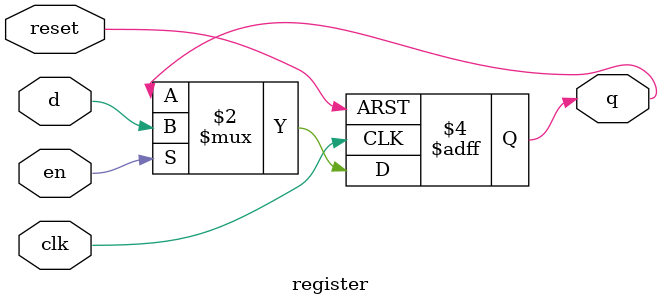
<source format=v>
`include "config.vh"

module register
# (
    parameter w = 1
) 
(
    input                clk,
    input                reset,
    input                en,
    input      [w - 1:0] d,
    output reg [w - 1:0] q
);

    always @ (posedge clk or posedge reset)
        if (reset)
            q <= { w { 1'b0 } };
        else if (en)
            q <= d;

endmodule

</source>
